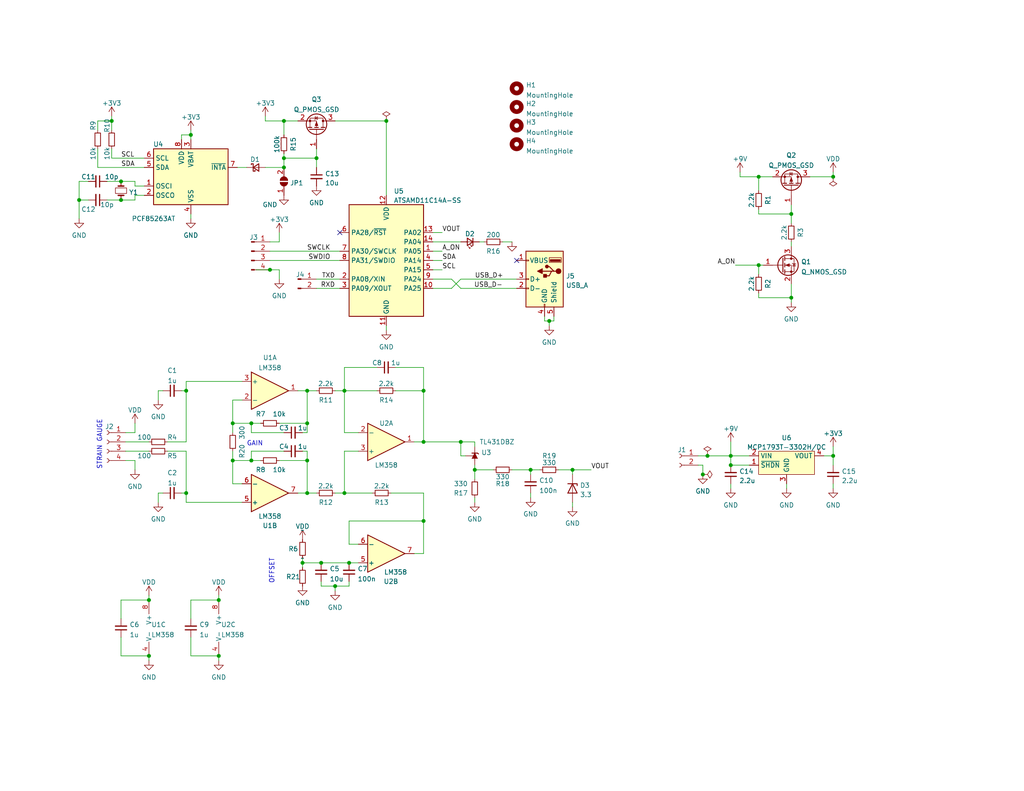
<source format=kicad_sch>
(kicad_sch (version 20211123) (generator eeschema)
  (paper "USLetter")
  (title_block (title "Depth Sensor with Battery") (date "2022-04-06") (rev "1") (company "EWB-SFP") (comment 1 "Hans Gaensbauer"))
  (lib_symbols
    (symbol "Amplifier_Operational:LM358" (pin_names (offset 0.127))
      (property "Reference" "U" (at 0 5.08 0))
      (property "Value" "LM358" (at 0 -5.08 0))
      (symbol "LM358_1_1"
        (pin output line (at 7.62 0 180) (length 2.54) (name "~") (number "1"))
        (pin input line (at -7.62 -2.54 0) (length 2.54) (name "-") (number "2"))
        (pin input line (at -7.62 2.54 0) (length 2.54) (name "+") (number "3"))
      )
      (symbol "LM358_2_1"
        (pin input line (at -7.62 2.54 0) (length 2.54) (name "+") (number "5"))
        (pin input line (at -7.62 -2.54 0) (length 2.54) (name "-") (number "6"))
        (pin output line (at 7.62 0 180) (length 2.54) (name "~") (number "7"))
      )
      (symbol "LM358_3_1"
        (pin power_in line (at -2.54 -7.62 90) (length 3.81) (name "V-") (number "4"))
        (pin power_in line (at -2.54 7.62 270) (length 3.81) (name "V+") (number "8"))
      )
    )
    (symbol "Connector:Conn_01x02_Female" (pin_names (offset 1.016) hide)
      (property "Reference" "J" (at 0 2.54 0))
      (property "Value" "Conn_01x02_Female" (at 0 -5.08 0))
      (symbol "Conn_01x02_Female_1_1"
        (pin passive line (at -5.08 0 0) (length 3.81) (name "Pin_1") (number "1"))
        (pin passive line (at -5.08 -2.54 0) (length 3.81) (name "Pin_2") (number "2"))
      )
    )
    (symbol "Connector:Conn_01x02_Male" (pin_names (offset 1.016) hide)
      (property "Reference" "J" (at 0 2.54 0))
      (property "Value" "Conn_01x02_Male" (at 0 -5.08 0))
      (symbol "Conn_01x02_Male_1_1"
        (pin passive line (at 5.08 0 180) (length 3.81) (name "Pin_1") (number "1"))
        (pin passive line (at 5.08 -2.54 180) (length 3.81) (name "Pin_2") (number "2"))
      )
    )
    (symbol "Connector:Conn_01x04_Female" (pin_names (offset 1.016) hide)
      (property "Reference" "J" (at 0 5.08 0))
      (property "Value" "Conn_01x04_Female" (at 0 -7.62 0))
      (symbol "Conn_01x04_Female_1_1"
        (pin passive line (at -5.08 2.54 0) (length 3.81) (name "Pin_1") (number "1"))
        (pin passive line (at -5.08 0 0) (length 3.81) (name "Pin_2") (number "2"))
        (pin passive line (at -5.08 -2.54 0) (length 3.81) (name "Pin_3") (number "3"))
        (pin passive line (at -5.08 -5.08 0) (length 3.81) (name "Pin_4") (number "4"))
      )
    )
    (symbol "Connector:Conn_01x04_Male" (pin_names (offset 1.016) hide)
      (property "Reference" "J" (at 0 5.08 0))
      (property "Value" "Conn_01x04_Male" (at 0 -7.62 0))
      (symbol "Conn_01x04_Male_1_1"
        (pin passive line (at 5.08 2.54 180) (length 3.81) (name "Pin_1") (number "1"))
        (pin passive line (at 5.08 0 180) (length 3.81) (name "Pin_2") (number "2"))
        (pin passive line (at 5.08 -2.54 180) (length 3.81) (name "Pin_3") (number "3"))
        (pin passive line (at 5.08 -5.08 180) (length 3.81) (name "Pin_4") (number "4"))
      )
    )
    (symbol "Connector:USB_A" (pin_names (offset 1.016))
      (property "Reference" "J" (at -5.08 11.43 0))
      (property "Value" "USB_A" (at -5.08 8.89 0))
      (symbol "USB_A_1_1"
        (pin power_in line (at 7.62 5.08 180) (length 2.54) (name "VBUS") (number "1"))
        (pin bidirectional line (at 7.62 -2.54 180) (length 2.54) (name "D-") (number "2"))
        (pin bidirectional line (at 7.62 0 180) (length 2.54) (name "D+") (number "3"))
        (pin power_in line (at 0 -10.16 90) (length 2.54) (name "GND") (number "4"))
        (pin passive line (at -2.54 -10.16 90) (length 2.54) (name "Shield") (number "5"))
      )
    )
    (symbol "Device:C_Small" (pin_numbers hide) (pin_names (offset 0.254) hide)
      (property "Reference" "C" (at 0.254 1.778 0))
      (property "Value" "C_Small" (at 0.254 -2.032 0))
      (symbol "C_Small_1_1"
        (pin passive line (at 0 2.54 270) (length 2.032) (name "~") (number "1"))
        (pin passive line (at 0 -2.54 90) (length 2.032) (name "~") (number "2"))
      )
    )
    (symbol "Device:Crystal_Small" (pin_numbers hide) (pin_names (offset 1.016) hide)
      (property "Reference" "Y" (at 0 2.54 0))
      (property "Value" "Crystal_Small" (at 0 -2.54 0))
      (symbol "Crystal_Small_1_1"
        (pin passive line (at -2.54 0 0) (length 1.27) (name "1") (number "1"))
        (pin passive line (at 2.54 0 180) (length 1.27) (name "2") (number "2"))
      )
    )
    (symbol "Device:D_Schottky_Small" (pin_numbers hide) (pin_names (offset 0.254) hide)
      (property "Reference" "D" (at -1.27 2.032 0))
      (property "Value" "D_Schottky_Small" (at -7.112 -2.032 0))
      (symbol "D_Schottky_Small_1_1"
        (pin passive line (at -2.54 0 0) (length 1.778) (name "K") (number "1"))
        (pin passive line (at 2.54 0 180) (length 1.778) (name "A") (number "2"))
      )
    )
    (symbol "Device:D_Zener" (pin_numbers hide) (pin_names (offset 1.016) hide)
      (property "Reference" "D" (at 0 2.54 0))
      (property "Value" "D_Zener" (at 0 -2.54 0))
      (symbol "D_Zener_1_1"
        (pin passive line (at -3.81 0 0) (length 2.54) (name "K") (number "1"))
        (pin passive line (at 3.81 0 180) (length 2.54) (name "A") (number "2"))
      )
    )
    (symbol "Device:LED_Small" (pin_numbers hide) (pin_names (offset 0.254) hide)
      (property "Reference" "D" (at -1.27 3.175 0))
      (property "Value" "LED_Small" (at -4.445 -2.54 0))
      (symbol "LED_Small_1_1"
        (pin passive line (at -2.54 0 0) (length 1.778) (name "K") (number "1"))
        (pin passive line (at 2.54 0 180) (length 1.778) (name "A") (number "2"))
      )
    )
    (symbol "Device:Q_NMOS_GSD" (pin_names (offset 0) hide)
      (property "Reference" "Q" (at 5.08 1.27 0))
      (property "Value" "Q_NMOS_GSD" (at 5.08 -1.27 0))
      (symbol "Q_NMOS_GSD_1_1"
        (pin input line (at -5.08 0 0) (length 2.54) (name "G") (number "1"))
        (pin passive line (at 2.54 -5.08 90) (length 2.54) (name "S") (number "2"))
        (pin passive line (at 2.54 5.08 270) (length 2.54) (name "D") (number "3"))
      )
    )
    (symbol "Device:Q_PMOS_GSD" (pin_names (offset 0) hide)
      (property "Reference" "Q" (at 5.08 1.27 0))
      (property "Value" "Q_PMOS_GSD" (at 5.08 -1.27 0))
      (symbol "Q_PMOS_GSD_1_1"
        (pin input line (at -5.08 0 0) (length 2.54) (name "G") (number "1"))
        (pin passive line (at 2.54 -5.08 90) (length 2.54) (name "S") (number "2"))
        (pin passive line (at 2.54 5.08 270) (length 2.54) (name "D") (number "3"))
      )
    )
    (symbol "Device:R_Small" (pin_numbers hide) (pin_names (offset 0.254) hide)
      (property "Reference" "R" (at 0.762 0.508 0))
      (property "Value" "R_Small" (at 0.762 -1.016 0))
      (symbol "R_Small_1_1"
        (pin passive line (at 0 2.54 270) (length 0.762) (name "~") (number "1"))
        (pin passive line (at 0 -2.54 90) (length 0.762) (name "~") (number "2"))
      )
    )
    (symbol "Jumper:SolderJumper_2_Open" (pin_names (offset 0) hide)
      (property "Reference" "JP" (at 0 2.032 0))
      (property "Value" "SolderJumper_2_Open" (at 0 -2.54 0))
      (symbol "SolderJumper_2_Open_1_1"
        (pin passive line (at -3.81 0 0) (length 2.54) (name "A") (number "1"))
        (pin passive line (at 3.81 0 180) (length 2.54) (name "B") (number "2"))
      )
    )
    (symbol "MCU_Microchip_SAMD:ATSAMD11C14A-SS"
      (property "Reference" "U" (at -10.16 16.51 0))
      (property "Value" "ATSAMD11C14A-SS" (at 1.27 16.51 0))
      (symbol "ATSAMD11C14A-SS_1_1"
        (pin bidirectional line (at 12.7 2.54 180) (length 2.54) (name "PA05") (number "1"))
        (pin bidirectional line (at 12.7 -7.62 180) (length 2.54) (name "PA25") (number "10"))
        (pin power_in line (at 0 -17.78 90) (length 2.54) (name "GND") (number "11"))
        (pin power_in line (at 0 17.78 270) (length 2.54) (name "VDD") (number "12"))
        (pin bidirectional line (at 12.7 7.62 180) (length 2.54) (name "PA02") (number "13"))
        (pin bidirectional line (at 12.7 5.08 180) (length 2.54) (name "PA04") (number "14"))
        (pin bidirectional line (at -12.7 -5.08 0) (length 2.54) (name "PA08/XIN") (number "2"))
        (pin bidirectional line (at -12.7 -7.62 0) (length 2.54) (name "PA09/XOUT") (number "3"))
        (pin bidirectional line (at 12.7 0 180) (length 2.54) (name "PA14") (number "4"))
        (pin bidirectional line (at 12.7 -2.54 180) (length 2.54) (name "PA15") (number "5"))
        (pin bidirectional line (at -12.7 7.62 0) (length 2.54) (name "PA28/~{RST}") (number "6"))
        (pin bidirectional line (at -12.7 2.54 0) (length 2.54) (name "PA30/SWCLK") (number "7"))
        (pin bidirectional line (at -12.7 0 0) (length 2.54) (name "PA31/SWDIO") (number "8"))
        (pin bidirectional line (at 12.7 -5.08 180) (length 2.54) (name "PA24") (number "9"))
      )
    )
    (symbol "Mechanical:MountingHole" (pin_names (offset 1.016))
      (property "Reference" "H" (at 0 5.08 0))
      (property "Value" "MountingHole" (at 0 3.175 0))
    )
    (symbol "Reference_Voltage:TL431DBZ" (pin_numbers hide) (pin_names hide)
      (property "Reference" "U" (at -2.54 2.54 0))
      (property "Value" "TL431DBZ" (at 0 -2.54 0))
      (symbol "TL431DBZ_1_1"
        (pin passive line (at 2.54 0 180) (length 2.54) (name "K") (number "1"))
        (pin passive line (at 0 2.54 270) (length 2.54) (name "REF") (number "2"))
        (pin passive line (at -2.54 0 0) (length 2.54) (name "A") (number "3"))
      )
    )
    (symbol "Timer_RTC:PCF85263AT"
      (property "Reference" "U" (at -8.89 8.89 0))
      (property "Value" "PCF85263AT" (at 1.27 8.89 0))
      (symbol "PCF85263AT_1_1"
        (pin input line (at -12.7 -2.54 0) (length 2.54) (name "OSCI") (number "1"))
        (pin output line (at -12.7 -5.08 0) (length 2.54) (name "OSCO") (number "2"))
        (pin power_in line (at 0 10.16 270) (length 2.54) (name "VBAT") (number "3"))
        (pin power_in line (at 0 -10.16 90) (length 2.54) (name "VSS") (number "4"))
        (pin bidirectional line (at -12.7 2.54 0) (length 2.54) (name "SDA") (number "5"))
        (pin input line (at -12.7 5.08 0) (length 2.54) (name "SCL") (number "6"))
        (pin open_collector line (at 12.7 2.54 180) (length 2.54) (name "~{INTA}") (number "7"))
        (pin power_in line (at -2.54 10.16 270) (length 2.54) (name "VDD") (number "8"))
      )
    )
    (symbol "power:+3.3V" (power) (pin_names (offset 0))
      (property "Value" "+3.3V" (at 0 3.556 0))
      (symbol "+3.3V_1_1"
        (pin power_in line (at 0 0 90) (length 0) hide (name "+3V3") (number "1"))
      )
    )
    (symbol "power:+9V" (power) (pin_names (offset 0))
      (property "Value" "+9V" (at 0 3.556 0))
      (symbol "+9V_1_1"
        (pin power_in line (at 0 0 90) (length 0) hide (name "+9V") (number "1"))
      )
    )
    (symbol "power:GND" (power) (pin_names (offset 0))
      (property "Value" "GND" (at 0 -3.81 0))
      (symbol "GND_1_1"
        (pin power_in line (at 0 0 270) (length 0) hide (name "GND") (number "1"))
      )
    )
    (symbol "power:PWR_FLAG" (power) (pin_numbers hide) (pin_names (offset 0) hide)
      (property "Value" "PWR_FLAG" (at 0 3.81 0))
      (symbol "PWR_FLAG_0_0"
        (pin power_out line (at 0 0 90) (length 0) (name "pwr") (number "1"))
      )
    )
    (symbol "power:VDD" (power) (pin_names (offset 0))
      (property "Value" "VDD" (at 0 3.81 0))
      (symbol "VDD_1_1"
        (pin power_in line (at 0 0 90) (length 0) hide (name "VDD") (number "1"))
      )
    )
    (symbol "well-monitor:MCP1793T-3302H{slash}DC"
      (property "Reference" "U" (at 6.35 3.81 0))
      (property "Value" "MCP1793T-3302H{slash}DC" (at -7.62 3.81 0))
      (symbol "MCP1793T-3302H{slash}DC_1_1"
        (pin input line (at -10.16 -1.27 0) (length 2.54) (name "~{SHDN}") (number "1"))
        (pin power_in line (at -10.16 1.27 0) (length 2.54) (name "VIN") (number "2"))
        (pin power_in line (at 0 -6.35 90) (length 2.54) (name "GND") (number "3"))
        (pin power_out line (at 10.16 1.27 180) (length 2.54) (name "VOUT") (number "4"))
        (pin no_connect line (at 2.54 -1.27 180) (length 0) hide (name "NC") (number "5"))
        (pin power_in line (at 0 -6.35 180) (length 0) hide (name "GND") (number "6"))
      )
    )
  )
  (junction (at 59.69 179.07))
  (junction (at 207.01 48.26))
  (junction (at 77.47 45.72))
  (junction (at 129.54 128.27))
  (junction (at 82.55 153.67))
  (junction (at 105.41 33.02))
  (junction (at 115.57 120.65))
  (junction (at 199.39 127))
  (junction (at 227.33 124.46))
  (junction (at 86.36 43.18))
  (junction (at 21.59 54.61))
  (junction (at 125.73 120.65))
  (junction (at 227.33 48.26))
  (junction (at 95.25 153.67))
  (junction (at 83.82 106.68))
  (junction (at 93.98 134.62))
  (junction (at 52.07 36.83))
  (junction (at 77.47 33.02))
  (junction (at 83.82 125.73))
  (junction (at 83.82 134.62))
  (junction (at 63.5 125.73))
  (junction (at 68.58 125.73))
  (junction (at 93.98 106.68))
  (junction (at 63.5 115.57))
  (junction (at 33.02 54.61))
  (junction (at 50.8 134.62))
  (junction (at 50.8 106.68))
  (junction (at 33.02 49.53))
  (junction (at 40.64 163.83))
  (junction (at 77.47 43.18))
  (junction (at 30.48 33.02))
  (junction (at 115.57 142.24))
  (junction (at 40.64 179.07))
  (junction (at 68.58 115.57))
  (junction (at 207.01 72.39))
  (junction (at 215.9 58.42))
  (junction (at 193.04 124.46))
  (junction (at 144.78 128.27))
  (junction (at 87.63 153.67))
  (junction (at 156.21 128.27))
  (junction (at 91.44 160.02))
  (junction (at 149.86 87.63))
  (junction (at 73.66 73.66))
  (junction (at 191.77 129.54))
  (junction (at 115.57 106.68))
  (junction (at 199.39 124.46))
  (junction (at 83.82 115.57))
  (junction (at 215.9 81.28))
  (junction (at 59.69 163.83))
  (no_connect (at 140.97 71.12))
  (no_connect (at 92.71 63.5))
  (wire (pts (xy 63.5 125.73) (xy 63.5 132.08)))
  (wire (pts (xy 59.69 162.56) (xy 59.69 163.83)))
  (wire (pts (xy 21.59 54.61) (xy 21.59 59.69)))
  (wire (pts (xy 129.54 128.27) (xy 129.54 130.81)))
  (wire (pts (xy 93.98 134.62) (xy 91.44 134.62)))
  (wire (pts (xy 59.69 163.83) (xy 52.07 163.83)))
  (wire (pts (xy 139.7 128.27) (xy 144.78 128.27)))
  (wire (pts (xy 52.07 58.42) (xy 52.07 59.69)))
  (wire (pts (xy 50.8 106.68) (xy 50.8 120.65)))
  (wire (pts (xy 199.39 124.46) (xy 204.47 124.46)))
  (wire (pts (xy 93.98 106.68) (xy 91.44 106.68)))
  (wire (pts (xy 82.55 153.67) (xy 82.55 152.4)))
  (wire (pts (xy 40.64 163.83) (xy 33.02 163.83)))
  (wire (pts (xy 49.53 106.68) (xy 50.8 106.68)))
  (wire (pts (xy 201.93 48.26) (xy 207.01 48.26)))
  (wire (pts (xy 83.82 125.73) (xy 83.82 134.62)))
  (wire (pts (xy 148.59 87.63) (xy 149.86 87.63)))
  (wire (pts (xy 191.77 127) (xy 190.5 127)))
  (wire (pts (xy 93.98 118.11) (xy 93.98 106.68)))
  (wire (pts (xy 118.11 73.66) (xy 120.65 73.66)))
  (wire (pts (xy 87.63 158.75) (xy 87.63 160.02)))
  (wire (pts (xy 68.58 123.19) (xy 68.58 125.73)))
  (wire (pts (xy 129.54 128.27) (xy 129.54 127)))
  (wire (pts (xy 207.01 57.15) (xy 207.01 58.42)))
  (wire (pts (xy 36.83 54.61) (xy 36.83 53.34)))
  (wire (pts (xy 83.82 134.62) (xy 81.28 134.62)))
  (wire (pts (xy 199.39 120.65) (xy 199.39 124.46)))
  (wire (pts (xy 33.02 163.83) (xy 33.02 168.91)))
  (wire (pts (xy 83.82 123.19) (xy 83.82 125.73)))
  (wire (pts (xy 115.57 120.65) (xy 113.03 120.65)))
  (wire (pts (xy 73.66 71.12) (xy 92.71 71.12)))
  (wire (pts (xy 49.53 134.62) (xy 50.8 134.62)))
  (wire (pts (xy 82.55 123.19) (xy 83.82 123.19)))
  (wire (pts (xy 91.44 160.02) (xy 91.44 161.29)))
  (wire (pts (xy 77.47 43.18) (xy 77.47 45.72)))
  (wire (pts (xy 208.28 72.39) (xy 207.01 72.39)))
  (wire (pts (xy 30.48 33.02) (xy 26.67 33.02)))
  (wire (pts (xy 33.02 54.61) (xy 36.83 54.61)))
  (wire (pts (xy 125.73 78.74) (xy 140.97 78.74)))
  (wire (pts (xy 118.11 63.5) (xy 120.65 63.5)))
  (wire (pts (xy 63.5 109.22) (xy 66.04 109.22)))
  (wire (pts (xy 26.67 33.02) (xy 26.67 35.56)))
  (wire (pts (xy 34.29 118.11) (xy 36.83 118.11)))
  (wire (pts (xy 86.36 78.74) (xy 92.71 78.74)))
  (wire (pts (xy 50.8 104.14) (xy 66.04 104.14)))
  (wire (pts (xy 215.9 58.42) (xy 215.9 55.88)))
  (wire (pts (xy 83.82 115.57) (xy 83.82 106.68)))
  (wire (pts (xy 29.21 54.61) (xy 33.02 54.61)))
  (wire (pts (xy 36.83 53.34) (xy 39.37 53.34)))
  (wire (pts (xy 227.33 46.99) (xy 227.33 48.26)))
  (wire (pts (xy 106.68 134.62) (xy 115.57 134.62)))
  (wire (pts (xy 21.59 54.61) (xy 24.13 54.61)))
  (wire (pts (xy 77.47 41.91) (xy 77.47 43.18)))
  (wire (pts (xy 30.48 40.64) (xy 30.48 43.18)))
  (wire (pts (xy 76.2 115.57) (xy 83.82 115.57)))
  (wire (pts (xy 24.13 49.53) (xy 21.59 49.53)))
  (wire (pts (xy 115.57 142.24) (xy 115.57 151.13)))
  (wire (pts (xy 39.37 45.72) (xy 26.67 45.72)))
  (wire (pts (xy 207.01 81.28) (xy 215.9 81.28)))
  (wire (pts (xy 76.2 66.04) (xy 73.66 66.04)))
  (wire (pts (xy 77.47 43.18) (xy 86.36 43.18)))
  (wire (pts (xy 199.39 127) (xy 204.47 127)))
  (wire (pts (xy 82.55 118.11) (xy 83.82 118.11)))
  (wire (pts (xy 43.18 109.22) (xy 43.18 106.68)))
  (wire (pts (xy 63.5 123.19) (xy 63.5 125.73)))
  (wire (pts (xy 76.2 125.73) (xy 83.82 125.73)))
  (wire (pts (xy 190.5 124.46) (xy 193.04 124.46)))
  (wire (pts (xy 63.5 132.08) (xy 66.04 132.08)))
  (wire (pts (xy 68.58 115.57) (xy 63.5 115.57)))
  (wire (pts (xy 40.64 179.07) (xy 40.64 180.34)))
  (wire (pts (xy 36.83 115.57) (xy 36.83 118.11)))
  (wire (pts (xy 91.44 160.02) (xy 95.25 160.02)))
  (wire (pts (xy 50.8 104.14) (xy 50.8 106.68)))
  (wire (pts (xy 69.85 73.66) (xy 73.66 73.66)))
  (wire (pts (xy 93.98 123.19) (xy 93.98 134.62)))
  (wire (pts (xy 148.59 86.36) (xy 148.59 87.63)))
  (wire (pts (xy 95.25 148.59) (xy 95.25 142.24)))
  (wire (pts (xy 97.79 123.19) (xy 93.98 123.19)))
  (wire (pts (xy 105.41 33.02) (xy 105.41 53.34)))
  (wire (pts (xy 77.47 33.02) (xy 77.47 36.83)))
  (wire (pts (xy 40.64 162.56) (xy 40.64 163.83)))
  (wire (pts (xy 102.87 100.33) (xy 93.98 100.33)))
  (wire (pts (xy 34.29 123.19) (xy 40.64 123.19)))
  (wire (pts (xy 93.98 100.33) (xy 93.98 106.68)))
  (wire (pts (xy 59.69 179.07) (xy 52.07 179.07)))
  (wire (pts (xy 30.48 31.75) (xy 30.48 33.02)))
  (wire (pts (xy 227.33 121.92) (xy 227.33 124.46)))
  (wire (pts (xy 45.72 120.65) (xy 50.8 120.65)))
  (wire (pts (xy 199.39 127) (xy 199.39 124.46)))
  (wire (pts (xy 77.47 45.72) (xy 72.39 45.72)))
  (wire (pts (xy 83.82 118.11) (xy 83.82 115.57)))
  (wire (pts (xy 59.69 179.07) (xy 59.69 180.34)))
  (wire (pts (xy 77.47 118.11) (xy 68.58 118.11)))
  (wire (pts (xy 50.8 137.16) (xy 66.04 137.16)))
  (wire (pts (xy 207.01 48.26) (xy 207.01 52.07)))
  (wire (pts (xy 149.86 87.63) (xy 149.86 88.9)))
  (wire (pts (xy 199.39 132.08) (xy 199.39 133.35)))
  (wire (pts (xy 144.78 128.27) (xy 147.32 128.27)))
  (wire (pts (xy 144.78 134.62) (xy 144.78 135.89)))
  (wire (pts (xy 95.25 148.59) (xy 97.79 148.59)))
  (wire (pts (xy 200.66 72.39) (xy 207.01 72.39)))
  (wire (pts (xy 115.57 151.13) (xy 113.03 151.13)))
  (wire (pts (xy 115.57 134.62) (xy 115.57 142.24)))
  (wire (pts (xy 215.9 81.28) (xy 215.9 82.55)))
  (wire (pts (xy 64.77 45.72) (xy 67.31 45.72)))
  (wire (pts (xy 115.57 100.33) (xy 115.57 106.68)))
  (wire (pts (xy 215.9 77.47) (xy 215.9 81.28)))
  (wire (pts (xy 129.54 121.92) (xy 129.54 120.65)))
  (wire (pts (xy 44.45 134.62) (xy 43.18 134.62)))
  (wire (pts (xy 95.25 142.24) (xy 115.57 142.24)))
  (wire (pts (xy 86.36 76.2) (xy 92.71 76.2)))
  (wire (pts (xy 152.4 128.27) (xy 156.21 128.27)))
  (wire (pts (xy 30.48 33.02) (xy 30.48 35.56)))
  (wire (pts (xy 93.98 106.68) (xy 102.87 106.68)))
  (wire (pts (xy 129.54 128.27) (xy 134.62 128.27)))
  (wire (pts (xy 193.04 124.46) (xy 199.39 124.46)))
  (wire (pts (xy 33.02 179.07) (xy 33.02 173.99)))
  (wire (pts (xy 137.16 66.04) (xy 139.7 66.04)))
  (wire (pts (xy 76.2 63.5) (xy 76.2 66.04)))
  (wire (pts (xy 227.33 124.46) (xy 227.33 127)))
  (wire (pts (xy 207.01 81.28) (xy 207.01 80.01)))
  (wire (pts (xy 123.19 76.2) (xy 125.73 78.74)))
  (wire (pts (xy 156.21 137.16) (xy 156.21 138.43)))
  (wire (pts (xy 107.95 100.33) (xy 115.57 100.33)))
  (wire (pts (xy 118.11 76.2) (xy 123.19 76.2)))
  (wire (pts (xy 52.07 36.83) (xy 52.07 38.1)))
  (wire (pts (xy 191.77 129.54) (xy 191.77 127)))
  (wire (pts (xy 76.2 73.66) (xy 76.2 76.2)))
  (wire (pts (xy 224.79 124.46) (xy 227.33 124.46)))
  (wire (pts (xy 140.97 76.2) (xy 125.73 76.2)))
  (wire (pts (xy 73.66 73.66) (xy 76.2 73.66)))
  (wire (pts (xy 82.55 153.67) (xy 87.63 153.67)))
  (wire (pts (xy 129.54 135.89) (xy 129.54 137.16)))
  (wire (pts (xy 72.39 31.75) (xy 72.39 33.02)))
  (wire (pts (xy 77.47 123.19) (xy 68.58 123.19)))
  (wire (pts (xy 52.07 163.83) (xy 52.07 168.91)))
  (wire (pts (xy 118.11 68.58) (xy 120.65 68.58)))
  (wire (pts (xy 71.12 125.73) (xy 68.58 125.73)))
  (wire (pts (xy 207.01 58.42) (xy 215.9 58.42)))
  (wire (pts (xy 130.81 66.04) (xy 132.08 66.04)))
  (wire (pts (xy 156.21 128.27) (xy 161.29 128.27)))
  (wire (pts (xy 82.55 154.94) (xy 82.55 153.67)))
  (wire (pts (xy 36.83 49.53) (xy 33.02 49.53)))
  (wire (pts (xy 50.8 123.19) (xy 50.8 134.62)))
  (wire (pts (xy 73.66 68.58) (xy 92.71 68.58)))
  (wire (pts (xy 144.78 128.27) (xy 144.78 129.54)))
  (wire (pts (xy 210.82 48.26) (xy 207.01 48.26)))
  (wire (pts (xy 81.28 33.02) (xy 77.47 33.02)))
  (wire (pts (xy 43.18 134.62) (xy 43.18 137.16)))
  (wire (pts (xy 118.11 66.04) (xy 125.73 66.04)))
  (wire (pts (xy 97.79 118.11) (xy 93.98 118.11)))
  (wire (pts (xy 91.44 33.02) (xy 105.41 33.02)))
  (wire (pts (xy 52.07 179.07) (xy 52.07 173.99)))
  (wire (pts (xy 220.98 48.26) (xy 227.33 48.26)))
  (wire (pts (xy 87.63 160.02) (xy 91.44 160.02)))
  (wire (pts (xy 151.13 87.63) (xy 151.13 86.36)))
  (wire (pts (xy 39.37 50.8) (xy 36.83 50.8)))
  (wire (pts (xy 36.83 125.73) (xy 36.83 128.27)))
  (wire (pts (xy 156.21 128.27) (xy 156.21 129.54)))
  (wire (pts (xy 83.82 106.68) (xy 81.28 106.68)))
  (wire (pts (xy 125.73 124.46) (xy 127 124.46)))
  (wire (pts (xy 21.59 49.53) (xy 21.59 54.61)))
  (wire (pts (xy 71.12 115.57) (xy 68.58 115.57)))
  (wire (pts (xy 40.64 179.07) (xy 33.02 179.07)))
  (wire (pts (xy 115.57 106.68) (xy 115.57 120.65)))
  (wire (pts (xy 72.39 33.02) (xy 77.47 33.02)))
  (wire (pts (xy 86.36 43.18) (xy 86.36 40.64)))
  (wire (pts (xy 50.8 134.62) (xy 50.8 137.16)))
  (wire (pts (xy 214.63 132.08) (xy 214.63 133.35)))
  (wire (pts (xy 45.72 123.19) (xy 50.8 123.19)))
  (wire (pts (xy 118.11 78.74) (xy 123.19 78.74)))
  (wire (pts (xy 52.07 36.83) (xy 49.53 36.83)))
  (wire (pts (xy 215.9 58.42) (xy 215.9 60.96)))
  (wire (pts (xy 215.9 66.04) (xy 215.9 67.31)))
  (wire (pts (xy 87.63 153.67) (xy 95.25 153.67)))
  (wire (pts (xy 43.18 106.68) (xy 44.45 106.68)))
  (wire (pts (xy 107.95 106.68) (xy 115.57 106.68)))
  (wire (pts (xy 95.25 153.67) (xy 97.79 153.67)))
  (wire (pts (xy 125.73 76.2) (xy 123.19 78.74)))
  (wire (pts (xy 63.5 115.57) (xy 63.5 109.22)))
  (wire (pts (xy 201.93 46.99) (xy 201.93 48.26)))
  (wire (pts (xy 227.33 132.08) (xy 227.33 133.35)))
  (wire (pts (xy 68.58 125.73) (xy 63.5 125.73)))
  (wire (pts (xy 95.25 160.02) (xy 95.25 158.75)))
  (wire (pts (xy 83.82 134.62) (xy 86.36 134.62)))
  (wire (pts (xy 26.67 45.72) (xy 26.67 40.64)))
  (wire (pts (xy 34.29 125.73) (xy 36.83 125.73)))
  (wire (pts (xy 36.83 50.8) (xy 36.83 49.53)))
  (wire (pts (xy 63.5 115.57) (xy 63.5 118.11)))
  (wire (pts (xy 115.57 120.65) (xy 125.73 120.65)))
  (wire (pts (xy 207.01 72.39) (xy 207.01 74.93)))
  (wire (pts (xy 129.54 120.65) (xy 125.73 120.65)))
  (wire (pts (xy 30.48 43.18) (xy 39.37 43.18)))
  (wire (pts (xy 29.21 49.53) (xy 33.02 49.53)))
  (wire (pts (xy 52.07 35.56) (xy 52.07 36.83)))
  (wire (pts (xy 68.58 118.11) (xy 68.58 115.57)))
  (wire (pts (xy 83.82 106.68) (xy 86.36 106.68)))
  (wire (pts (xy 125.73 120.65) (xy 125.73 124.46)))
  (wire (pts (xy 149.86 87.63) (xy 151.13 87.63)))
  (wire (pts (xy 105.41 88.9) (xy 105.41 90.17)))
  (wire (pts (xy 93.98 134.62) (xy 101.6 134.62)))
  (wire (pts (xy 49.53 36.83) (xy 49.53 38.1)))
  (wire (pts (xy 118.11 71.12) (xy 120.65 71.12)))
  (wire (pts (xy 86.36 43.18) (xy 86.36 45.72)))
  (wire (pts (xy 34.29 120.65) (xy 40.64 120.65)))
  (text "GAIN" (at 67.31 121.92 0) (effects (font (size 1.27 1.27)) (justify left bottom)))
  (text "OFFSET" (at 74.93 152.4 270) (effects (font (size 1.27 1.27)) (justify right bottom)))
  (text "STRAIN GAUGE" (at 27.94 128.27 90) (effects (font (size 1.27 1.27)) (justify left bottom)))
  (label "SWCLK" (at 90.17 68.58 180))
  (label "A_ON" (at 200.66 72.39 180))
  (label "SCL" (at 33.02 43.18 0))
  (label "A_ON" (at 120.65 68.58 0))
  (label "SDA" (at 33.02 45.72 0))
  (label "VOUT" (at 120.65 63.5 0))
  (label "SDA" (at 120.65 71.12 0))
  (label "SCL" (at 120.65 73.66 0))
  (label "TXD" (at 91.44 76.2 180))
  (label "USB_D+" (at 129.54 76.2 0))
  (label "SWDIO" (at 90.17 71.12 180))
  (label "VOUT" (at 161.29 128.27 0))
  (label "USB_D-" (at 137.16 78.74 180))
  (label "RXD" (at 91.44 78.74 180))
  (symbol (lib_id "Device:Q_PMOS_GSD") (at 215.9 50.8 270) (mirror x) (unit 1)
    (property "Reference" "Q2" (at 215.9 42.3885 90))
    (property "Value" "Q_PMOS_GSD" (at 215.9 45.1636 90))
    (property "Footprint" "Package_TO_SOT_SMD:SOT-23" (effects hide))
  )
  (symbol (lib_id "Device:Crystal_Small") (at 33.02 52.07 90) (unit 1)
    (property "Reference" "Y1" (at 35.179 52.5038 90) (effects (justify right)))
    (property "Value" "Crystal_Small" (effects hide))
    (property "Footprint" "Crystal:Crystal_SMD_MicroCrystal_CM9V-T1A-2Pin_1.6x1.0mm" (effects hide))
  )
  (symbol (lib_id "Connector:Conn_01x04_Male") (at 68.58 68.58 0) (unit 1)
    (property "Reference" "J3" (at 69.215 64.801 0))
    (property "Value" "Conn_01x04_Male" (effects hide))
    (property "Footprint" "Connector_PinHeader_2.54mm:PinHeader_1x04_P2.54mm_Vertical" (effects hide))
  )
  (symbol (lib_id "Device:C_Small") (at 144.78 132.08 180) (unit 1)
    (property "Reference" "C10" (at 147.1041 131.1651 0) (effects (justify right)))
    (property "Value" "100n" (at 147.1041 133.9402 0) (effects (justify right)))
    (property "Footprint" "Capacitor_SMD:C_0402_1005Metric" (effects hide))
  )
  (symbol (lib_id "Amplifier_Operational:LM358") (at 73.66 106.68 0) (unit 1)
    (property "Reference" "U1" (at 73.66 97.6335 0))
    (property "Value" "LM358" (at 73.66 100.4086 0))
    (property "Footprint" "Package_SO:SOP-8_3.9x4.9mm_P1.27mm" (effects hide))
    (property "Datasheet" "http://www.ti.com/lit/ds/symlink/lm2904-n.pdf" (effects hide))
  )
  (symbol (lib_id "power:VDD") (at 40.64 162.56 0) (unit 1)
    (property "Reference" "#PWR012" (effects hide))
    (property "Value" "VDD" (at 40.64 158.9555 0))
  )
  (symbol (lib_id "Device:C_Small") (at 87.63 156.21 180) (unit 1)
    (property "Reference" "C5" (at 89.9541 155.2951 0) (effects (justify right)))
    (property "Value" "10u" (at 89.9541 158.0702 0) (effects (justify right)))
    (property "Footprint" "Capacitor_SMD:C_0402_1005Metric" (effects hide))
  )
  (symbol (lib_id "power:+3.3V") (at 30.48 31.75 0) (unit 1)
    (property "Reference" "#PWR0116" (effects hide))
    (property "Value" "+3.3V" (at 30.48 28.1742 0))
  )
  (symbol (lib_id "power:GND") (at 43.18 109.22 0) (unit 1)
    (property "Reference" "#PWR06" (effects hide))
    (property "Value" "GND" (at 43.18 113.7825 0))
  )
  (symbol (lib_id "Device:C_Small") (at 105.41 100.33 90) (unit 1)
    (property "Reference" "C8" (at 102.87 99.06 90))
    (property "Value" "1u" (at 107.95 99.06 90))
    (property "Footprint" "Capacitor_SMD:C_0402_1005Metric" (effects hide))
  )
  (symbol (lib_id "MCU_Microchip_SAMD:ATSAMD11C14A-SS") (at 105.41 71.12 0) (unit 1)
    (property "Reference" "U5" (at 107.4294 52.1802 0) (effects (justify left)))
    (property "Value" "ATSAMD11C14A-SS" (at 107.4294 54.7171 0) (effects (justify left)))
    (property "Footprint" "Package_SO:SOIC-14_3.9x8.7mm_P1.27mm" (effects hide))
    (property "Datasheet" "http://ww1.microchip.com/downloads/en/DeviceDoc/Atmel-42363-SAM-D11_Datasheet.pdf" (effects hide))
  )
  (symbol (lib_id "Device:C_Small") (at 33.02 171.45 180) (unit 1)
    (property "Reference" "C6" (at 35.3441 170.5351 0) (effects (justify right)))
    (property "Value" "1u" (at 35.3441 173.3102 0) (effects (justify right)))
    (property "Footprint" "Capacitor_SMD:C_0402_1005Metric" (effects hide))
  )
  (symbol (lib_id "Mechanical:MountingHole") (at 140.97 24.13 0) (unit 1)
    (property "Reference" "H1" (at 143.51 23.2215 0) (effects (justify left)))
    (property "Value" "MountingHole" (at 143.51 25.9966 0) (effects (justify left)))
    (property "Footprint" "MountingHole:MountingHole_3.2mm_M3" (effects hide))
  )
  (symbol (lib_id "power:PWR_FLAG") (at 193.04 124.46 0) (unit 1)
    (property "Reference" "#FLG02" (effects hide))
    (property "Value" "PWR_FLAG" (effects hide))
  )
  (symbol (lib_id "power:GND") (at 215.9 82.55 0) (unit 1)
    (property "Reference" "#PWR05" (effects hide))
    (property "Value" "GND" (at 215.9 87.1125 0))
  )
  (symbol (lib_id "Mechanical:MountingHole") (at 140.97 34.29 0) (unit 1)
    (property "Reference" "H3" (at 143.51 33.3815 0) (effects (justify left)))
    (property "Value" "MountingHole" (at 143.51 36.1566 0) (effects (justify left)))
    (property "Footprint" "MountingHole:MountingHole_3.2mm_M3" (effects hide))
  )
  (symbol (lib_id "Device:Q_NMOS_GSD") (at 213.36 72.39 0) (unit 1)
    (property "Reference" "Q1" (at 218.567 71.4815 0) (effects (justify left)))
    (property "Value" "Q_NMOS_GSD" (at 218.567 74.2566 0) (effects (justify left)))
    (property "Footprint" "Package_TO_SOT_SMD:SOT-23" (effects hide))
  )
  (symbol (lib_id "power:GND") (at 76.2 76.2 0) (unit 1)
    (property "Reference" "#PWR0109" (effects hide))
    (property "Value" "GND" (at 76.2 80.7625 0))
  )
  (symbol (lib_id "Device:LED_Small") (at 128.27 66.04 180) (unit 1)
    (property "Reference" "D2" (at 128.2065 63.8612 0))
    (property "Value" "LED_Small" (effects hide))
    (property "Footprint" "LED_SMD:LED_0805_2012Metric" (effects hide))
  )
  (symbol (lib_id "power:PWR_FLAG") (at 227.33 48.26 180) (unit 1)
    (property "Reference" "#FLG0101" (effects hide))
    (property "Value" "PWR_FLAG" (effects hide))
  )
  (symbol (lib_id "Device:R_Small") (at 104.14 134.62 90) (unit 1)
    (property "Reference" "R13" (at 104.14 137.16 90))
    (property "Value" "2.2k" (at 104.14 132.692 90))
    (property "Footprint" "Resistor_SMD:R_0402_1005Metric" (effects hide))
  )
  (symbol (lib_id "Device:R_Small") (at 82.55 157.48 180) (unit 1)
    (property "Reference" "R21" (at 80.01 157.48 0))
    (property "Value" "~" (at 82.55 152.4 0))
    (property "Footprint" "Resistor_SMD:R_0402_1005Metric" (effects hide))
  )
  (symbol (lib_id "Connector:Conn_01x02_Male") (at 81.28 76.2 0) (unit 1)
    (property "Reference" "J4" (at 81.915 74.961 0))
    (property "Value" "Conn_01x02_Male" (effects hide))
    (property "Footprint" "Connector_PinHeader_2.54mm:PinHeader_1x02_P2.54mm_Vertical" (effects hide))
  )
  (symbol (lib_id "Device:C_Small") (at 199.39 129.54 180) (unit 1)
    (property "Reference" "C14" (at 201.7141 128.6989 0) (effects (justify right)))
    (property "Value" "2.2u" (at 201.7141 131.2358 0) (effects (justify right)))
    (property "Footprint" "Capacitor_SMD:C_0402_1005Metric" (effects hide))
  )
  (symbol (lib_id "Device:C_Small") (at 46.99 106.68 90) (unit 1)
    (property "Reference" "C1" (at 46.9963 101.1514 90))
    (property "Value" "1u" (at 46.9963 103.9265 90))
    (property "Footprint" "Capacitor_SMD:C_0402_1005Metric" (effects hide))
  )
  (symbol (lib_id "power:GND") (at 139.7 66.04 0) (unit 1)
    (property "Reference" "#PWR0108" (effects hide))
    (property "Value" "GND" (effects hide))
  )
  (symbol (lib_id "power:GND") (at 105.41 90.17 0) (unit 1)
    (property "Reference" "#PWR0113" (effects hide))
    (property "Value" "GND" (at 105.41 94.7325 0))
  )
  (symbol (lib_id "Device:R_Small") (at 73.66 115.57 270) (unit 1)
    (property "Reference" "R7" (at 71.12 113.03 90))
    (property "Value" "10k" (at 76.2 113.03 90))
    (property "Footprint" "Resistor_SMD:R_0402_1005Metric" (effects hide))
  )
  (symbol (lib_id "power:+3.3V") (at 72.39 31.75 0) (unit 1)
    (property "Reference" "#PWR0114" (effects hide))
    (property "Value" "+3.3V" (at 72.39 28.1742 0))
  )
  (symbol (lib_id "Jumper:SolderJumper_2_Open") (at 77.47 49.53 90) (unit 1)
    (property "Reference" "JP1" (at 79.121 49.9638 90) (effects (justify right)))
    (property "Value" "SolderJumper_2_Open" (effects hide))
    (property "Footprint" "Resistor_SMD:R_0603_1608Metric" (effects hide))
  )
  (symbol (lib_id "Device:C_Small") (at 46.99 134.62 90) (unit 1)
    (property "Reference" "C2" (at 46.9963 129.0914 90))
    (property "Value" "1u" (at 46.9963 131.8665 90))
    (property "Footprint" "Capacitor_SMD:C_0402_1005Metric" (effects hide))
  )
  (symbol (lib_id "Device:R_Small") (at 105.41 106.68 90) (unit 1)
    (property "Reference" "R14" (at 105.41 109.22 90))
    (property "Value" "2.2k" (at 105.41 104.752 90))
    (property "Footprint" "Resistor_SMD:R_0402_1005Metric" (effects hide))
  )
  (symbol (lib_id "power:GND") (at 40.64 180.34 0) (unit 1)
    (property "Reference" "#PWR013" (effects hide))
    (property "Value" "GND" (at 40.64 184.9025 0))
  )
  (symbol (lib_id "Device:D_Zener") (at 156.21 133.35 270) (unit 1)
    (property "Reference" "D3" (at 158.242 132.5153 90) (effects (justify left)))
    (property "Value" "3.3" (at 158.242 135.0522 90) (effects (justify left)))
    (property "Footprint" "Diode_SMD:D_SOD-323" (effects hide))
  )
  (symbol (lib_id "power:GND") (at 214.63 133.35 0) (unit 1)
    (property "Reference" "#PWR0104" (effects hide))
    (property "Value" "GND" (at 214.63 137.9125 0))
  )
  (symbol (lib_id "power:PWR_FLAG") (at 105.41 33.02 0) (unit 1)
    (property "Reference" "#FLG0102" (effects hide))
    (property "Value" "PWR_FLAG" (effects hide))
  )
  (symbol (lib_id "Device:R_Small") (at 137.16 128.27 90) (unit 1)
    (property "Reference" "R18" (at 137.16 132.08 90))
    (property "Value" "330" (at 137.16 130.198 90))
    (property "Footprint" "Resistor_SMD:R_0402_1005Metric" (effects hide))
  )
  (symbol (lib_id "Device:R_Small") (at 30.48 38.1 180) (unit 1)
    (property "Reference" "R10" (at 29.21 34.29 90))
    (property "Value" "10k" (at 29.21 41.91 90))
    (property "Footprint" "Resistor_SMD:R_0402_1005Metric" (effects hide))
  )
  (symbol (lib_id "Device:R_Small") (at 134.62 66.04 90) (unit 1)
    (property "Reference" "R16" (at 134.62 68.58 90))
    (property "Value" "200" (at 134.62 64.112 90))
    (property "Footprint" "Resistor_SMD:R_0402_1005Metric" (effects hide))
  )
  (symbol (lib_id "Device:C_Small") (at 95.25 156.21 180) (unit 1)
    (property "Reference" "C7" (at 97.5741 155.2951 0) (effects (justify right)))
    (property "Value" "100n" (at 97.5741 158.0702 0) (effects (justify right)))
    (property "Footprint" "Capacitor_SMD:C_0402_1005Metric" (effects hide))
  )
  (symbol (lib_id "Device:C_Small") (at 80.01 123.19 90) (unit 1)
    (property "Reference" "C4" (at 77.47 121.92 90))
    (property "Value" "1u" (at 82.55 121.92 90))
    (property "Footprint" "Capacitor_SMD:C_0402_1005Metric" (effects hide))
  )
  (symbol (lib_id "Device:R_Small") (at 26.67 38.1 180) (unit 1)
    (property "Reference" "R9" (at 25.4 34.29 90))
    (property "Value" "10k" (at 25.4 41.91 90))
    (property "Footprint" "Resistor_SMD:R_0402_1005Metric" (effects hide))
  )
  (symbol (lib_id "Device:D_Schottky_Small") (at 69.85 45.72 0) (unit 1)
    (property "Reference" "D1" (at 69.596 43.5412 0))
    (property "Value" "D_Schottky_Small" (effects hide))
    (property "Footprint" "Diode_SMD:D_SOD-323" (effects hide))
  )
  (symbol (lib_id "Amplifier_Operational:LM358") (at 62.23 171.45 0) (unit 3)
    (property "Reference" "U2" (at 60.325 170.5415 0) (effects (justify left)))
    (property "Value" "LM358" (at 60.325 173.3166 0) (effects (justify left)))
    (property "Footprint" "Package_SO:SOP-8_3.9x4.9mm_P1.27mm" (effects hide))
    (property "Datasheet" "http://www.ti.com/lit/ds/symlink/lm2904-n.pdf" (effects hide))
  )
  (symbol (lib_id "power:GND") (at 77.47 53.34 0) (unit 1)
    (property "Reference" "#PWR0111" (effects hide))
    (property "Value" "GND" (at 73.66 55.88 0))
  )
  (symbol (lib_id "Amplifier_Operational:LM358") (at 43.18 171.45 0) (unit 3)
    (property "Reference" "U1" (at 41.275 170.5415 0) (effects (justify left)))
    (property "Value" "LM358" (at 41.275 173.3166 0) (effects (justify left)))
    (property "Footprint" "Package_SO:SOP-8_3.9x4.9mm_P1.27mm" (effects hide))
    (property "Datasheet" "http://www.ti.com/lit/ds/symlink/lm2904-n.pdf" (effects hide))
  )
  (symbol (lib_id "Device:R_Small") (at 82.55 149.86 180) (unit 1)
    (property "Reference" "R6" (at 80.01 149.86 0))
    (property "Value" "~" (at 82.55 144.78 0))
    (property "Footprint" "Resistor_SMD:R_0402_1005Metric" (effects hide))
  )
  (symbol (lib_id "power:+3.3V") (at 227.33 121.92 0) (unit 1)
    (property "Reference" "#PWR0105" (effects hide))
    (property "Value" "+3.3V" (at 227.33 118.3442 0))
  )
  (symbol (lib_id "power:GND") (at 156.21 138.43 0) (mirror y) (unit 1)
    (property "Reference" "#PWR0101" (effects hide))
    (property "Value" "GND" (at 156.21 142.8734 0))
  )
  (symbol (lib_id "Device:R_Small") (at 207.01 54.61 180) (unit 1)
    (property "Reference" "R1" (at 209.55 54.61 90))
    (property "Value" "2.2k" (at 205.082 54.61 90))
    (property "Footprint" "Resistor_SMD:R_0402_1005Metric" (effects hide))
  )
  (symbol (lib_id "Mechanical:MountingHole") (at 140.97 39.37 0) (unit 1)
    (property "Reference" "H4" (at 143.51 38.4615 0) (effects (justify left)))
    (property "Value" "MountingHole" (at 143.51 41.2366 0) (effects (justify left)))
    (property "Footprint" "MountingHole:MountingHole_3.2mm_M3" (effects hide))
  )
  (symbol (lib_id "Amplifier_Operational:LM358") (at 105.41 151.13 0) (mirror x) (unit 2)
    (property "Reference" "U2" (at 106.68 158.75 0))
    (property "Value" "LM358" (at 107.95 156.21 0))
    (property "Footprint" "Package_SO:SOP-8_3.9x4.9mm_P1.27mm" (effects hide))
    (property "Datasheet" "http://www.ti.com/lit/ds/symlink/lm2904-n.pdf" (effects hide))
  )
  (symbol (lib_id "power:VDD") (at 59.69 162.56 0) (unit 1)
    (property "Reference" "#PWR014" (effects hide))
    (property "Value" "VDD" (at 59.69 158.9555 0))
  )
  (symbol (lib_id "Device:C_Small") (at 227.33 129.54 180) (unit 1)
    (property "Reference" "C15" (at 229.6541 128.6989 0) (effects (justify right)))
    (property "Value" "2.2u" (at 229.6541 131.2358 0) (effects (justify right)))
    (property "Footprint" "Capacitor_SMD:C_0402_1005Metric" (effects hide))
  )
  (symbol (lib_id "Device:R_Small") (at 77.47 39.37 180) (unit 1)
    (property "Reference" "R15" (at 80.01 39.37 90))
    (property "Value" "100k" (at 75.542 39.37 90))
    (property "Footprint" "Resistor_SMD:R_0402_1005Metric" (effects hide))
  )
  (symbol (lib_id "power:GND") (at 91.44 161.29 0) (unit 1)
    (property "Reference" "#PWR011" (effects hide))
    (property "Value" "GND" (at 91.44 165.8525 0))
  )
  (symbol (lib_id "Device:C_Small") (at 86.36 48.26 0) (unit 1)
    (property "Reference" "C13" (at 88.6841 47.4316 0) (effects (justify left)))
    (property "Value" "10u" (at 88.6841 49.9685 0) (effects (justify left)))
    (property "Footprint" "Capacitor_SMD:C_0805_2012Metric" (effects hide))
  )
  (symbol (lib_id "power:GND") (at 52.07 59.69 0) (unit 1)
    (property "Reference" "#PWR0118" (effects hide))
    (property "Value" "GND" (at 52.07 64.2525 0))
  )
  (symbol (lib_id "Mechanical:MountingHole") (at 140.97 29.21 0) (unit 1)
    (property "Reference" "H2" (at 143.51 28.3015 0) (effects (justify left)))
    (property "Value" "MountingHole" (at 143.51 31.0766 0) (effects (justify left)))
    (property "Footprint" "MountingHole:MountingHole_3.2mm_M3" (effects hide))
  )
  (symbol (lib_id "power:GND") (at 199.39 133.35 0) (unit 1)
    (property "Reference" "#PWR0103" (effects hide))
    (property "Value" "GND" (at 199.39 137.9125 0))
  )
  (symbol (lib_id "power:VDD") (at 36.83 115.57 0) (unit 1)
    (property "Reference" "#PWR03" (effects hide))
    (property "Value" "VDD" (at 36.83 111.9655 0))
  )
  (symbol (lib_id "power:VDD") (at 227.33 46.99 0) (unit 1)
    (property "Reference" "#PWR08" (effects hide))
    (property "Value" "VDD" (at 227.33 43.3855 0))
  )
  (symbol (lib_id "power:GND") (at 191.77 129.54 0) (unit 1)
    (property "Reference" "#PWR01" (effects hide))
    (property "Value" "GND" (at 191.77 134.1025 0))
  )
  (symbol (lib_id "well-monitor:MCP1793T-3302H{slash}DC") (at 214.63 125.73 0) (unit 1)
    (property "Reference" "U6" (at 214.63 119.541 0))
    (property "Value" "MCP1793T-3302H/DC" (at 214.63 122.0779 0))
    (property "Footprint" "Package_TO_SOT_SMD:SOT-223-6" (effects hide))
    (property "Datasheet" "http://ww1.microchip.com/downloads/en/DeviceDoc/MCP1792-Family-Data-Sheet-DS20006229C.pdf" (effects hide))
  )
  (symbol (lib_id "Device:C_Small") (at 80.01 118.11 90) (unit 1)
    (property "Reference" "C3" (at 77.47 116.84 90))
    (property "Value" "1u" (at 82.55 116.84 90))
    (property "Footprint" "Capacitor_SMD:C_0402_1005Metric" (effects hide))
  )
  (symbol (lib_id "power:PWR_FLAG") (at 191.77 129.54 270) (unit 1)
    (property "Reference" "#FLG01" (effects hide))
    (property "Value" "PWR_FLAG" (effects hide))
  )
  (symbol (lib_id "Connector:Conn_01x04_Female") (at 29.21 120.65 0) (mirror y) (unit 1)
    (property "Reference" "J2" (at 29.845 116.4613 0))
    (property "Value" "Conn_01x04_Female" (effects hide))
    (property "Footprint" "Connector_PinHeader_2.54mm:PinHeader_1x04_P2.54mm_Vertical" (effects hide))
  )
  (symbol (lib_id "Amplifier_Operational:LM358") (at 105.41 120.65 0) (mirror x) (unit 1)
    (property "Reference" "U2" (at 105.41 115.57 0))
    (property "Value" "LM358" (at 105.41 127 0))
    (property "Footprint" "Package_SO:SOP-8_3.9x4.9mm_P1.27mm" (effects hide))
    (property "Datasheet" "http://www.ti.com/lit/ds/symlink/lm2904-n.pdf" (effects hide))
  )
  (symbol (lib_id "power:GND") (at 227.33 133.35 0) (unit 1)
    (property "Reference" "#PWR0106" (effects hide))
    (property "Value" "GND" (at 227.33 137.9125 0))
  )
  (symbol (lib_id "power:GND") (at 43.18 137.16 0) (unit 1)
    (property "Reference" "#PWR07" (effects hide))
    (property "Value" "GND" (at 43.18 141.7225 0))
  )
  (symbol (lib_id "power:GND") (at 149.86 88.9 0) (unit 1)
    (property "Reference" "#PWR0107" (effects hide))
    (property "Value" "GND" (at 149.86 93.4625 0))
  )
  (symbol (lib_id "power:GND") (at 129.54 137.16 0) (unit 1)
    (property "Reference" "#PWR016" (effects hide))
    (property "Value" "GND" (at 129.54 141.7225 0))
  )
  (symbol (lib_id "power:VDD") (at 82.55 147.32 0) (unit 1)
    (property "Reference" "#PWR09" (effects hide))
    (property "Value" "VDD" (at 82.55 143.7155 0))
  )
  (symbol (lib_id "Device:R_Small") (at 129.54 133.35 0) (unit 1)
    (property "Reference" "R17" (at 125.73 134.62 0))
    (property "Value" "330" (at 125.73 132.08 0))
    (property "Footprint" "Resistor_SMD:R_0402_1005Metric" (effects hide))
  )
  (symbol (lib_id "Device:C_Small") (at 26.67 54.61 270) (unit 1)
    (property "Reference" "C12" (at 24.13 57.15 90))
    (property "Value" "10p" (at 29.21 55.88 90))
    (property "Footprint" "Capacitor_SMD:C_0402_1005Metric" (effects hide))
  )
  (symbol (lib_id "power:+9V") (at 201.93 46.99 0) (unit 1)
    (property "Reference" "#PWR02" (effects hide))
    (property "Value" "+9V" (at 201.93 43.3855 0))
  )
  (symbol (lib_id "Device:R_Small") (at 43.18 123.19 90) (unit 1)
    (property "Reference" "R5" (at 46.99 124.46 90))
    (property "Value" "100" (at 39.37 124.46 90))
    (property "Footprint" "Resistor_SMD:R_0402_1005Metric" (effects hide))
  )
  (symbol (lib_id "Reference_Voltage:TL431DBZ") (at 129.54 124.46 90) (unit 1)
    (property "Reference" "U3" (at 131.318 123.5515 90) (effects (justify right)))
    (property "Value" "TL431DBZ" (at 130.81 120.65 90) (effects (justify right)))
    (property "Footprint" "Package_TO_SOT_SMD:SOT-23" (effects hide))
    (property "Datasheet" "http://www.ti.com/lit/ds/symlink/tl431.pdf" (effects hide))
  )
  (symbol (lib_id "Amplifier_Operational:LM358") (at 73.66 134.62 0) (mirror x) (unit 2)
    (property "Reference" "U1" (at 73.66 143.51 0))
    (property "Value" "LM358" (at 73.66 140.97 0))
    (property "Footprint" "Package_SO:SOP-8_3.9x4.9mm_P1.27mm" (effects hide))
    (property "Datasheet" "http://www.ti.com/lit/ds/symlink/lm2904-n.pdf" (effects hide))
  )
  (symbol (lib_id "power:+9V") (at 199.39 120.65 0) (unit 1)
    (property "Reference" "#PWR0102" (effects hide))
    (property "Value" "+9V" (at 199.39 117.0455 0))
  )
  (symbol (lib_id "Connector:Conn_01x02_Female") (at 185.42 124.46 0) (mirror y) (unit 1)
    (property "Reference" "J1" (at 186.055 122.8113 0))
    (property "Value" "Conn_01x02_Female" (effects hide))
    (property "Footprint" "Connector_PinHeader_2.54mm:PinHeader_1x02_P2.54mm_Vertical" (effects hide))
  )
  (symbol (lib_id "power:+3.3V") (at 52.07 35.56 0) (unit 1)
    (property "Reference" "#PWR0117" (effects hide))
    (property "Value" "+3.3V" (at 52.07 31.9842 0))
  )
  (symbol (lib_id "Device:R_Small") (at 215.9 63.5 180) (unit 1)
    (property "Reference" "R3" (at 218.44 63.5 90))
    (property "Value" "2.2k" (at 213.972 63.5 90))
    (property "Footprint" "Resistor_SMD:R_0402_1005Metric" (effects hide))
  )
  (symbol (lib_id "power:GND") (at 144.78 135.89 0) (mirror y) (unit 1)
    (property "Reference" "#PWR017" (effects hide))
    (property "Value" "GND" (at 144.78 140.3334 0))
  )
  (symbol (lib_id "power:GND") (at 36.83 128.27 0) (unit 1)
    (property "Reference" "#PWR04" (effects hide))
    (property "Value" "GND" (at 36.83 132.8325 0))
  )
  (symbol (lib_id "power:+3.3V") (at 76.2 63.5 0) (unit 1)
    (property "Reference" "#PWR0110" (effects hide))
    (property "Value" "+3.3V" (at 76.2 59.9242 0))
  )
  (symbol (lib_id "Device:C_Small") (at 26.67 49.53 270) (unit 1)
    (property "Reference" "C11" (at 24.13 48.26 90))
    (property "Value" "10p" (at 30.48 48.26 90))
    (property "Footprint" "Capacitor_SMD:C_0402_1005Metric" (effects hide))
  )
  (symbol (lib_id "Connector:USB_A") (at 148.59 76.2 0) (mirror y) (unit 1)
    (property "Reference" "J5" (at 154.432 75.3653 0) (effects (justify right)))
    (property "Value" "USB_A" (at 154.432 77.9022 0) (effects (justify right)))
    (property "Footprint" "Connector_USB:USB_A_Molex_67643_Horizontal" (effects hide))
    (property "Datasheet" " ~" (effects hide))
  )
  (symbol (lib_id "Device:R_Small") (at 88.9 134.62 90) (unit 1)
    (property "Reference" "R12" (at 88.9 137.16 90))
    (property "Value" "2.2k" (at 88.9 132.692 90))
    (property "Footprint" "Resistor_SMD:R_0402_1005Metric" (effects hide))
  )
  (symbol (lib_id "Device:R_Small") (at 149.86 128.27 270) (unit 1)
    (property "Reference" "R19" (at 149.86 124.46 90))
    (property "Value" "330" (at 149.86 126.342 90))
    (property "Footprint" "Resistor_SMD:R_0402_1005Metric" (effects hide))
  )
  (symbol (lib_id "Device:R_Small") (at 88.9 106.68 90) (unit 1)
    (property "Reference" "R11" (at 88.9 109.22 90))
    (property "Value" "2.2k" (at 88.9 104.752 90))
    (property "Footprint" "Resistor_SMD:R_0402_1005Metric" (effects hide))
  )
  (symbol (lib_id "Device:R_Small") (at 207.01 77.47 180) (unit 1)
    (property "Reference" "R2" (at 209.55 77.47 90))
    (property "Value" "2.2k" (at 205.082 77.47 90))
    (property "Footprint" "Resistor_SMD:R_0402_1005Metric" (effects hide))
  )
  (symbol (lib_id "power:GND") (at 21.59 59.69 0) (unit 1)
    (property "Reference" "#PWR0115" (effects hide))
    (property "Value" "GND" (at 21.59 64.2525 0))
  )
  (symbol (lib_id "Device:R_Small") (at 73.66 125.73 90) (unit 1)
    (property "Reference" "R8" (at 71.12 128.27 90))
    (property "Value" "10k" (at 76.2 128.27 90))
    (property "Footprint" "Resistor_SMD:R_0402_1005Metric" (effects hide))
  )
  (symbol (lib_id "Device:Q_PMOS_GSD") (at 86.36 35.56 270) (mirror x) (unit 1)
    (property "Reference" "Q3" (at 86.36 27.1485 90))
    (property "Value" "Q_PMOS_GSD" (at 86.36 29.9236 90))
    (property "Footprint" "Package_TO_SOT_SMD:SOT-23" (effects hide))
  )
  (symbol (lib_id "power:GND") (at 59.69 180.34 0) (unit 1)
    (property "Reference" "#PWR015" (effects hide))
    (property "Value" "GND" (at 59.69 184.9025 0))
  )
  (symbol (lib_id "power:GND") (at 86.36 50.8 0) (unit 1)
    (property "Reference" "#PWR0112" (effects hide))
    (property "Value" "GND" (at 86.36 55.3625 0))
  )
  (symbol (lib_id "power:GND") (at 82.55 160.02 0) (unit 1)
    (property "Reference" "#PWR010" (effects hide))
    (property "Value" "GND" (at 82.55 164.5825 0))
  )
  (symbol (lib_id "Device:R_Small") (at 43.18 120.65 90) (unit 1)
    (property "Reference" "R4" (at 46.99 119.38 90))
    (property "Value" "100" (at 39.37 119.38 90))
    (property "Footprint" "Resistor_SMD:R_0402_1005Metric" (effects hide))
  )
  (symbol (lib_id "Device:R_Small") (at 63.5 120.65 180) (unit 1)
    (property "Reference" "R20" (at 66.04 123.19 90))
    (property "Value" "300" (at 66.04 118.11 90))
    (property "Footprint" "Resistor_SMD:R_0402_1005Metric" (effects hide))
  )
  (symbol (lib_id "Device:C_Small") (at 52.07 171.45 180) (unit 1)
    (property "Reference" "C9" (at 54.3941 170.5351 0) (effects (justify right)))
    (property "Value" "1u" (at 54.3941 173.3102 0) (effects (justify right)))
    (property "Footprint" "Capacitor_SMD:C_0402_1005Metric" (effects hide))
  )
  (symbol (lib_id "Timer_RTC:PCF85263AT") (at 52.07 48.26 0) (unit 1)
    (property "Reference" "U4" (at 43.18 39.37 0))
    (property "Value" "PCF85263AT" (at 41.91 59.69 0))
    (property "Footprint" "Package_SO:SOIC-8_3.9x4.9mm_P1.27mm" (effects hide))
    (property "Datasheet" "https://www.nxp.com/docs/en/data-sheet/PCF85263A.pdf" (effects hide))
  )
)
</source>
